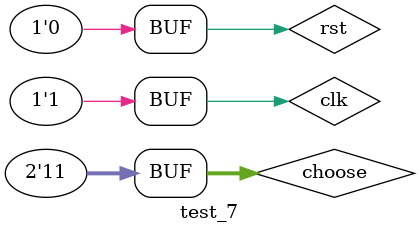
<source format=v>
`timescale 1ns / 1ps


module test_7;

	// Inputs
	reg rst;
	reg clk;
	reg [1:0] choose;

	// Outputs
	wire [7:0] LED;

	// Instantiate the Unit Under Test (UUT)
	top7 uut (
		.rst(rst), 
		.clk(clk), 
		.choose(choose), 
		.LED(LED)
	);
	

	initial begin
		// Initialize Inputs
		rst = 1;
		clk = 0;
		choose = 0;
		
		// Wait 100 ns for global reset to finish
      #50 rst=0;
		
		#50 clk=1;	
		choose = 2'b00;
		#100 choose = 2'b01;
		#100 choose = 2'b10;
		#100 choose = 2'b11;
		
		#100 rst=1; clk=0;
		#50 rst = 0;
		
		#50 clk=1;	
		choose = 2'b00;
		#100 choose = 2'b01;
		#100 choose = 2'b10;
		#100 choose = 2'b11;
		// Add stimulus here

	end
      
endmodule


</source>
